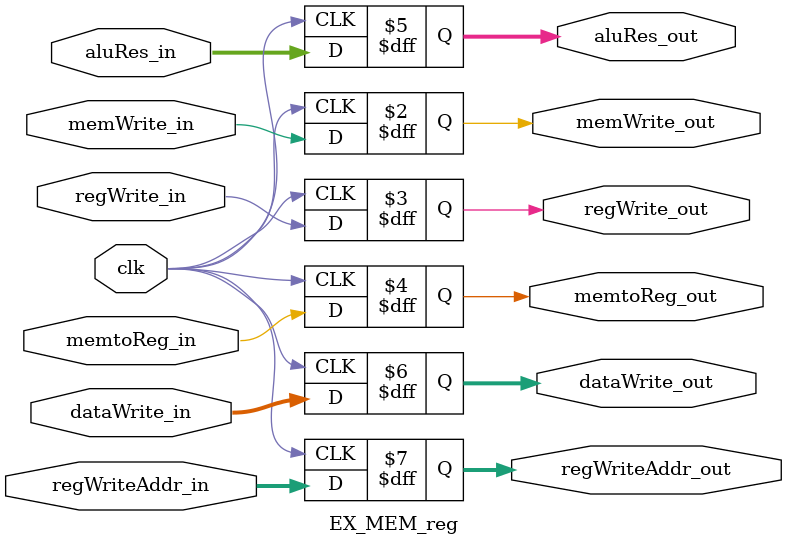
<source format=v>
module EX_MEM_reg(
  input clk,
  input memWrite_in, regWrite_in, memtoReg_in,
  input [31:0] aluRes_in, dataWrite_in,
  input [4:0] regWriteAddr_in,
  output reg memWrite_out, regWrite_out, memtoReg_out,
  output reg [31:0] aluRes_out, dataWrite_out,
  output reg [4:0] regWriteAddr_out
  );
  
  always @(posedge clk)
  begin
    memWrite_out = memWrite_in;
    regWrite_out = regWrite_in;
    memtoReg_out = memtoReg_in;
    aluRes_out = aluRes_in;
    dataWrite_out = dataWrite_in;
    regWriteAddr_out = regWriteAddr_in;
  end
  
endmodule
</source>
